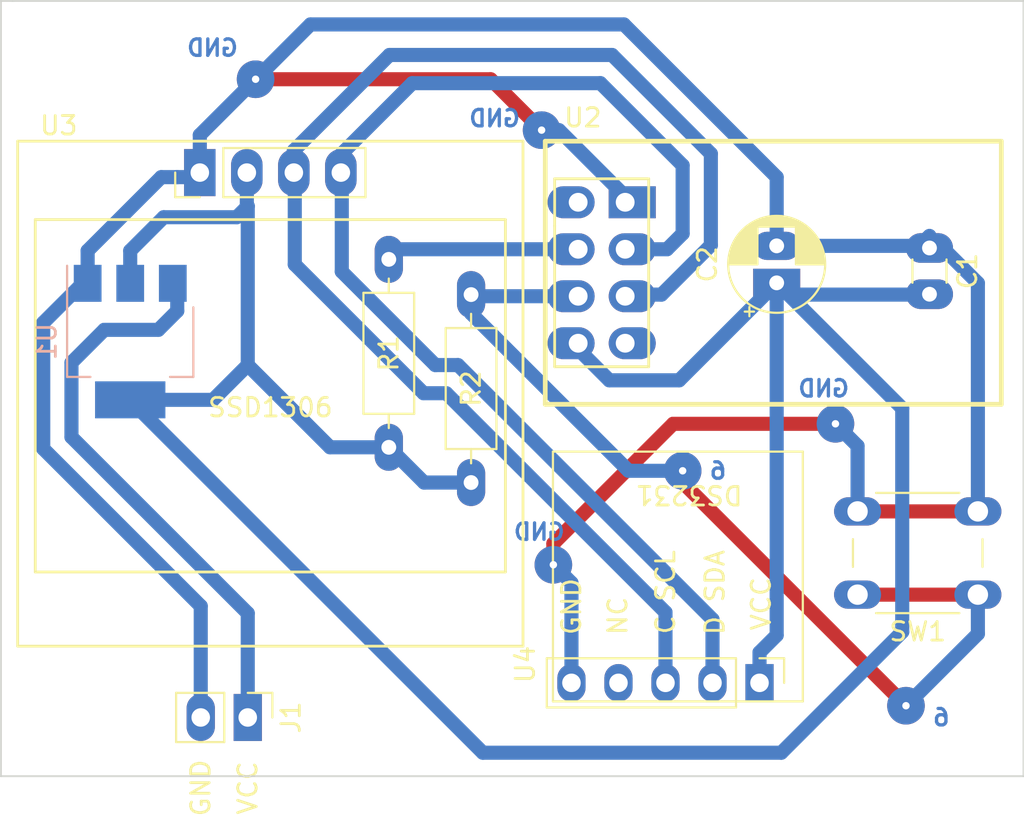
<source format=kicad_pcb>
(kicad_pcb (version 20211014) (generator pcbnew)
  (layers (0 "F.Cu" signal) (31 "B.Cu" signal) (34 "B.Paste" user) (35 "F.Paste" user) (36 "B.SilkS" user "B.Silkscreen") (37 "F.SilkS" user "F.Silkscreen") (38 "B.Mask" user) (39 "F.Mask" user) (44 "Edge.Cuts" user))
  (net 0 "")
  (net 1 "GND")
  (net 2 "+3V3")
  (net 3 "Net-(R2-Pad2)")
  (net 4 "VCC")
  (net 6 "SDA")
  (net 7 "SCL")
  (net 9 "Net-(R1-Pad2)")
  (footprint "My_Misc:CP_Radial_D5.0mm_P2.00mm_larger" (layer "F.Cu") (at 127.635 60.96 90)
    (fp_text reference "C2" (at 1 -3.75 90) (layer "F.SilkS"))
    (fp_text value "100u")
    (fp_line (start 1.28 -2.565) (end 1.28 -1.04) (layer "F.SilkS") (width 0.12))
    (fp_line (start 1.881 -2.428) (end 1.881 -1.04) (layer "F.SilkS") (width 0.12))
    (fp_line (start 1.32 1.04) (end 1.32 2.561) (layer "F.SilkS") (width 0.12))
    (fp_line (start 2.041 -2.365) (end 2.041 -1.04) (layer "F.SilkS") (width 0.12))
    (fp_line (start 1.24 -2.569) (end 1.24 -1.04) (layer "F.SilkS") (width 0.12))
    (fp_line (start 2.641 -2.004) (end 2.641 -1.04) (layer "F.SilkS") (width 0.12))
    (fp_line (start 1.68 1.04) (end 1.68 2.491) (layer "F.SilkS") (width 0.12))
    (fp_line (start 3.521 -0.677) (end 3.521 0.677) (layer "F.SilkS") (width 0.12))
    (fp_line (start 1.12 1.04) (end 1.12 2.578) (layer "F.SilkS") (width 0.12))
    (fp_line (start 3.281 -1.251) (end 3.281 1.251) (layer "F.SilkS") (width 0.12))
    (fp_line (start 1.12 -2.578) (end 1.12 -1.04) (layer "F.SilkS") (width 0.12))
    (fp_line (start 1.6 -2.511) (end 1.6 -1.04) (layer "F.SilkS") (width 0.12))
    (fp_line (start 1.56 1.04) (end 1.56 2.52) (layer "F.SilkS") (width 0.12))
    (fp_line (start 3.081 -1.554) (end 3.081 1.554) (layer "F.SilkS") (width 0.12))
    (fp_line (start 3.481 -0.805) (end 3.481 0.805) (layer "F.SilkS") (width 0.12))
    (fp_line (start 1.961 -2.398) (end 1.961 -1.04) (layer "F.SilkS") (width 0.12))
    (fp_line (start 2.921 1.04) (end 2.921 1.743) (layer "F.SilkS") (width 0.12))
    (fp_line (start 2.961 -1.699) (end 2.961 -1.04) (layer "F.SilkS") (width 0.12))
    (fp_line (start 1.36 1.04) (end 1.36 2.556) (layer "F.SilkS") (width 0.12))
    (fp_line (start 2.241 1.04) (end 2.241 2.268) (layer "F.SilkS") (width 0.12))
    (fp_line (start 2.161 -2.31) (end 2.161 -1.04) (layer "F.SilkS") (width 0.12))
    (fp_line (start 1.24 1.04) (end 1.24 2.569) (layer "F.SilkS") (width 0.12))
    (fp_line (start 3.361 -1.098) (end 3.361 1.098) (layer "F.SilkS") (width 0.12))
    (fp_line (start 3.001 1.04) (end 3.001 1.653) (layer "F.SilkS") (width 0.12))
    (fp_line (start 1.04 -2.58) (end 1.04 -1.04) (layer "F.SilkS") (width 0.12))
    (fp_line (start 2.441 1.04) (end 2.441 2.149) (layer "F.SilkS") (width 0.12))
    (fp_line (start 3.561 -0.518) (end 3.561 0.518) (layer "F.SilkS") (width 0.12))
    (fp_line (start 1.761 1.04) (end 1.761 2.468) (layer "F.SilkS") (width 0.12))
    (fp_line (start 2.161 1.04) (end 2.161 2.31) (layer "F.SilkS") (width 0.12))
    (fp_line (start 1.881 1.04) (end 1.881 2.428) (layer "F.SilkS") (width 0.12))
    (fp_line (start 2.761 -1.901) (end 2.761 -1.04) (layer "F.SilkS") (width 0.12))
    (fp_line (start 1.6 1.04) (end 1.6 2.511) (layer "F.SilkS") (width 0.12))
    (fp_line (start 1.841 1.04) (end 1.841 2.442) (layer "F.SilkS") (width 0.12))
    (fp_line (start 2.841 1.04) (end 2.841 1.826) (layer "F.SilkS") (width 0.12))
    (fp_line (start 1.52 1.04) (end 1.52 2.528) (layer "F.SilkS") (width 0.12))
    (fp_line (start 2.761 1.04) (end 2.761 1.901) (layer "F.SilkS") (width 0.12))
    (fp_line (start 2.281 1.04) (end 2.281 2.247) (layer "F.SilkS") (width 0.12))
    (fp_line (start 2.241 -2.268) (end 2.241 -1.04) (layer "F.SilkS") (width 0.12))
    (fp_line (start 2.961 1.04) (end 2.961 1.699) (layer "F.SilkS") (width 0.12))
    (fp_line (start 1 -2.58) (end 1 -1.04) (layer "F.SilkS") (width 0.12))
    (fp_line (start 2.881 1.04) (end 2.881 1.785) (layer "F.SilkS") (width 0.12))
    (fp_line (start 1.52 -2.528) (end 1.52 -1.04) (layer "F.SilkS") (width 0.12))
    (fp_line (start 3.041 -1.605) (end 3.041 1.605) (layer "F.SilkS") (width 0.12))
    (fp_line (start 1.04 1.04) (end 1.04 2.58) (layer "F.SilkS") (width 0.12))
    (fp_line (start 2.281 -2.247) (end 2.281 -1.04) (layer "F.SilkS") (width 0.12))
    (fp_line (start 1.48 -2.536) (end 1.48 -1.04) (layer "F.SilkS") (width 0.12))
    (fp_line (start 2.081 1.04) (end 2.081 2.348) (layer "F.SilkS") (width 0.12))
    (fp_line (start 1.08 1.04) (end 1.08 2.579) (layer "F.SilkS") (width 0.12))
    (fp_line (start 1.28 1.04) (end 1.28 2.565) (layer "F.SilkS") (width 0.12))
    (fp_line (start 1.08 -2.579) (end 1.08 -1.04) (layer "F.SilkS") (width 0.12))
    (fp_line (start 1.801 1.04) (end 1.801 2.455) (layer "F.SilkS") (width 0.12))
    (fp_line (start 2.481 -2.122) (end 2.481 -1.04) (layer "F.SilkS") (width 0.12))
    (fp_line (start 2.681 1.04) (end 2.681 1.971) (layer "F.SilkS") (width 0.12))
    (fp_line (start 2.561 -2.065) (end 2.561 -1.04) (layer "F.SilkS") (width 0.12))
    (fp_line (start 2.601 -2.035) (end 2.601 -1.04) (layer "F.SilkS") (width 0.12))
    (fp_line (start 2.121 -2.329) (end 2.121 -1.04) (layer "F.SilkS") (width 0.12))
    (fp_line (start 1.921 1.04) (end 1.921 2.414) (layer "F.SilkS") (width 0.12))
    (fp_line (start 1.921 -2.414) (end 1.921 -1.04) (layer "F.SilkS") (width 0.12))
    (fp_line (start 2.201 1.04) (end 2.201 2.29) (layer "F.SilkS") (width 0.12))
    (fp_line (start 3.121 -1.5) (end 3.121 1.5) (layer "F.SilkS") (width 0.12))
    (fp_line (start 2.041 1.04) (end 2.041 2.365) (layer "F.SilkS") (width 0.12))
    (fp_line (start 2.361 1.04) (end 2.361 2.2) (layer "F.SilkS") (width 0.12))
    (fp_line (start 1.4 -2.55) (end 1.4 -1.04) (layer "F.SilkS") (width 0.12))
    (fp_line (start 1 1.04) (end 1 2.58) (layer "F.SilkS") (width 0.12))
    (fp_line (start 1.64 1.04) (end 1.64 2.501) (layer "F.SilkS") (width 0.12))
    (fp_line (start 2.001 1.04) (end 2.001 2.382) (layer "F.SilkS") (width 0.12))
    (fp_line (start 2.801 1.04) (end 2.801 1.864) (layer "F.SilkS") (width 0.12))
    (fp_line (start 2.481 1.04) (end 2.481 2.122) (layer "F.SilkS") (width 0.12))
    (fp_line (start 2.721 1.04) (end 2.721 1.937) (layer "F.SilkS") (width 0.12))
    (fp_line (start 2.801 -1.864) (end 2.801 -1.04) (layer "F.SilkS") (width 0.12))
    (fp_line (start 1.4 1.04) (end 1.4 2.55) (layer "F.SilkS") (width 0.12))
    (fp_line (start 1.761 -2.468) (end 1.761 -1.04) (layer "F.SilkS") (width 0.12))
    (fp_line (start 1.68 -2.491) (end 1.68 -1.04) (layer "F.SilkS") (width 0.12))
    (fp_line (start 1.44 1.04) (end 1.44 2.543) (layer "F.SilkS") (width 0.12))
    (fp_line (start 1.2 1.04) (end 1.2 2.573) (layer "F.SilkS") (width 0.12))
    (fp_line (start -1.804775 -1.475) (end -1.304775 -1.475) (layer "F.SilkS") (width 0.12))
    (fp_line (start 2.401 -2.175) (end 2.401 -1.04) (layer "F.SilkS") (width 0.12))
    (fp_line (start 2.641 1.04) (end 2.641 2.004) (layer "F.SilkS") (width 0.12))
    (fp_line (start 3.601 -0.284) (end 3.601 0.284) (layer "F.SilkS") (width 0.12))
    (fp_line (start 2.721 -1.937) (end 2.721 -1.04) (layer "F.SilkS") (width 0.12))
    (fp_line (start 1.16 1.04) (end 1.16 2.576) (layer "F.SilkS") (width 0.12))
    (fp_line (start 1.48 1.04) (end 1.48 2.536) (layer "F.SilkS") (width 0.12))
    (fp_line (start 2.321 1.04) (end 2.321 2.224) (layer "F.SilkS") (width 0.12))
    (fp_line (start 1.961 1.04) (end 1.961 2.398) (layer "F.SilkS") (width 0.12))
    (fp_line (start 3.161 -1.443) (end 3.161 1.443) (layer "F.SilkS") (width 0.12))
    (fp_line (start 2.321 -2.224) (end 2.321 -1.04) (layer "F.SilkS") (width 0.12))
    (fp_line (start 2.601 1.04) (end 2.601 2.035) (layer "F.SilkS") (width 0.12))
    (fp_line (start 3.201 -1.383) (end 3.201 1.383) (layer "F.SilkS") (width 0.12))
    (fp_line (start 2.081 -2.348) (end 2.081 -1.04) (layer "F.SilkS") (width 0.12))
    (fp_line (start 2.881 -1.785) (end 2.881 -1.04) (layer "F.SilkS") (width 0.12))
    (fp_line (start 1.721 -2.48) (end 1.721 -1.04) (layer "F.SilkS") (width 0.12))
    (fp_line (start 3.001 -1.653) (end 3.001 -1.04) (layer "F.SilkS") (width 0.12))
    (fp_line (start 2.681 -1.971) (end 2.681 -1.04) (layer "F.SilkS") (width 0.12))
    (fp_line (start 1.36 -2.556) (end 1.36 -1.04) (layer "F.SilkS") (width 0.12))
    (fp_line (start 2.001 -2.382) (end 2.001 -1.04) (layer "F.SilkS") (width 0.12))
    (fp_line (start 2.121 1.04) (end 2.121 2.329) (layer "F.SilkS") (width 0.12))
    (fp_line (start 2.521 1.04) (end 2.521 2.095) (layer "F.SilkS") (width 0.12))
    (fp_line (start 1.32 -2.561) (end 1.32 -1.04) (layer "F.SilkS") (width 0.12))
    (fp_line (start 2.521 -2.095) (end 2.521 -1.04) (layer "F.SilkS") (width 0.12))
    (fp_line (start 1.841 -2.442) (end 1.841 -1.04) (layer "F.SilkS") (width 0.12))
    (fp_line (start 1.16 -2.576) (end 1.16 -1.04) (layer "F.SilkS") (width 0.12))
    (fp_line (start 3.321 -1.178) (end 3.321 1.178) (layer "F.SilkS") (width 0.12))
    (fp_line (start 1.801 -2.455) (end 1.801 -1.04) (layer "F.SilkS") (width 0.12))
    (fp_line (start 1.721 1.04) (end 1.721 2.48) (layer "F.SilkS") (width 0.12))
    (fp_line (start 2.441 -2.149) (end 2.441 -1.04) (layer "F.SilkS") (width 0.12))
    (fp_line (start 1.56 -2.52) (end 1.56 -1.04) (layer "F.SilkS") (width 0.12))
    (fp_line (start 2.561 1.04) (end 2.561 2.065) (layer "F.SilkS") (width 0.12))
    (fp_line (start 1.44 -2.543) (end 1.44 -1.04) (layer "F.SilkS") (width 0.12))
    (fp_line (start 3.241 -1.319) (end 3.241 1.319) (layer "F.SilkS") (width 0.12))
    (fp_line (start 3.441 -0.915) (end 3.441 0.915) (layer "F.SilkS") (width 0.12))
    (fp_line (start -1.554775 -1.725) (end -1.554775 -1.225) (layer "F.SilkS") (width 0.12))
    (fp_line (start 1.64 -2.501) (end 1.64 -1.04) (layer "F.SilkS") (width 0.12))
    (fp_line (start 2.841 -1.826) (end 2.841 -1.04) (layer "F.SilkS") (width 0.12))
    (fp_line (start 2.201 -2.29) (end 2.201 -1.04) (layer "F.SilkS") (width 0.12))
    (fp_line (start 2.401 1.04) (end 2.401 2.175) (layer "F.SilkS") (width 0.12))
    (fp_line (start 2.921 -1.743) (end 2.921 -1.04) (layer "F.SilkS") (width 0.12))
    (fp_line (start 3.401 -1.011) (end 3.401 1.011) (layer "F.SilkS") (width 0.12))
    (fp_line (start 2.361 -2.2) (end 2.361 -1.04) (layer "F.SilkS") (width 0.12))
    (fp_line (start 1.2 -2.573) (end 1.2 -1.04) (layer "F.SilkS") (width 0.12))
    (fp_circle (center 1 0) (end 3.62 0) (layer "F.SilkS") (width 0.12) (fill none))
    (pad "1" thru_hole rect (at 0 0 90) (size 1.524 2.54) (drill 0.8) (layers *.Cu *.Mask) (net 2 "+3V3"))
    (pad "2" thru_hole oval (at 2 0 90) (size 1.524 2.54) (drill 0.8) (layers *.Cu *.Mask) (net 1 "GND"))
  )
  (footprint "My_Misc:R_Axial_DIN0207_L6.3mm_D2.5mm_P10.16mm_Horizontal_larger_pads" (layer "F.Cu") (at 111.125 71.755 90)
    (fp_text reference "R2" (at 5.08 0 90) (layer "F.SilkS"))
    (fp_text value "10k" hide)
    (fp_line (start 9.12 0) (end 8.35 0) (layer "F.SilkS") (width 0.12))
    (fp_line (start 1.81 -1.37) (end 1.81 1.37) (layer "F.SilkS") (width 0.12))
    (fp_line (start 8.35 -1.37) (end 1.81 -1.37) (layer "F.SilkS") (width 0.12))
    (fp_line (start 1.04 0) (end 1.81 0) (layer "F.SilkS") (width 0.12))
    (fp_line (start 8.35 1.37) (end 8.35 -1.37) (layer "F.SilkS") (width 0.12))
    (fp_line (start 1.81 1.37) (end 8.35 1.37) (layer "F.SilkS") (width 0.12))
    (pad "1" thru_hole oval (at 0 0 90) (size 2.54 1.524) (drill 0.8) (layers *.Cu *.Mask) (net 2 "+3V3"))
    (pad "2" thru_hole oval (at 10.16 0 90) (size 2.54 1.524) (drill 0.8) (layers *.Cu *.Mask) (net 3 "Net-(R2-Pad2)"))
  )
  (footprint "My_Headers:2-pin_power_input_header_larger_pads" (layer "F.Cu") (at 99.06 84.455 -90)
    (fp_text reference "J1" (at 0 -2.33 90) (layer "F.SilkS"))
    (fp_text value "2-pin_power_input_header" hide)
    (fp_text user "GND" (at 3.81 2.54 90) (layer "F.SilkS"))
    (fp_text user "VCC" (at 3.81 0 90) (layer "F.SilkS"))
    (fp_line (start 1.33 1.27) (end 1.33 3.87) (layer "F.SilkS") (width 0.12))
    (fp_line (start -1.33 1.27) (end 1.33 1.27) (layer "F.SilkS") (width 0.12))
    (fp_line (start -1.33 -1.33) (end 0 -1.33) (layer "F.SilkS") (width 0.12))
    (fp_line (start -1.33 3.87) (end 1.33 3.87) (layer "F.SilkS") (width 0.12))
    (fp_line (start -1.33 1.27) (end -1.33 3.87) (layer "F.SilkS") (width 0.12))
    (fp_line (start -1.33 0) (end -1.33 -1.33) (layer "F.SilkS") (width 0.12))
    (pad "1" thru_hole rect locked (at 0 0 270) (size 2.54 1.524) (drill 1) (layers *.Cu *.Mask) (net 4 "VCC"))
    (pad "2" thru_hole oval locked (at 0 2.54 270) (size 2.54 1.524) (drill 1) (layers *.Cu *.Mask) (net 1 "GND"))
  )
  (footprint "My_Misc:C_Disc_D3.0mm_W1.6mm_P2.50mm_larg" (layer "F.Cu") (at 135.89 59.075 -90)
    (fp_text reference "C1" (at 1.25 -2.05 90) (layer "F.SilkS"))
    (fp_text value "10n")
    (fp_line (start 0.621 -0.92) (end 1.879 -0.92) (layer "F.SilkS") (width 0.12))
    (fp_line (start 0.621 0.92) (end 1.879 0.92) (layer "F.SilkS") (width 0.12))
    (pad "1" thru_hole oval locked (at 0 0 270) (size 1.6 2.54) (drill 0.8) (layers *.Cu *.Mask) (net 1 "GND"))
    (pad "2" thru_hole oval locked (at 2.5 0 270) (size 1.6 2.54) (drill 0.8) (layers *.Cu *.Mask) (net 2 "+3V3"))
  )
  (footprint "My_Arduino:ESP-01_w_pin_socket_large" (layer "F.Cu") (at 116.91 56.604)
    (fp_text reference "U2" (at 0.254 -4.572) (layer "F.SilkS"))
    (fp_text value "ESP-01")
    (fp_line (start 22.86 10.922) (end -1.778 10.922) (layer "F.SilkS") (width 0.254))
    (fp_line (start 22.86 -3.302) (end 22.86 10.922) (layer "F.SilkS") (width 0.254))
    (fp_line (start -1.778 10.922) (end -1.778 -3.302) (layer "F.SilkS") (width 0.254))
    (fp_line (start 1.27 -1.27) (end -1.27 -1.27) (layer "F.SilkS") (width 0.1524))
    (fp_line (start -1.27 1.27) (end -1.27 8.89) (layer "F.SilkS") (width 0.1524))
    (fp_line (start -1.778 -3.302) (end 22.86 -3.302) (layer "F.SilkS") (width 0.254))
    (fp_line (start 3.81 8.89) (end 3.81 -1.27) (layer "F.SilkS") (width 0.1524))
    (fp_line (start -1.27 8.89) (end 3.81 8.89) (layer "F.SilkS") (width 0.1524))
    (fp_line (start 3.81 -1.27) (end 1.27 -1.27) (layer "F.SilkS") (width 0.1524))
    (fp_line (start -1.27 -1.27) (end -1.27 1.27) (layer "F.SilkS") (width 0.1524))
    (pad "1" thru_hole rect (at 2.54 0) (size 2.54 1.7272) (drill 1.016 (offset 0.381 0)) (layers *.Cu *.Mask) (net 1 "GND"))
    (pad "2" thru_hole oval (at 0 0) (size 2.54 1.7272) (drill 1.016 (offset -0.381 0)) (layers *.Cu *.Mask))
    (pad "3" thru_hole oval (at 2.54 2.54) (size 2.54 1.7272) (drill 1.016 (offset 0.381 0)) (layers *.Cu *.Mask) (net 6 "SDA"))
    (pad "4" thru_hole oval (at 0 2.54) (size 2.54 1.7272) (drill 1.016 (offset -0.381 0)) (layers *.Cu *.Mask) (net 9 "Net-(R1-Pad2)"))
    (pad "5" thru_hole oval (at 2.54 5.08) (size 2.54 1.7272) (drill 1.016 (offset 0.381 0)) (layers *.Cu *.Mask) (net 7 "SCL"))
    (pad "6" thru_hole oval (at 0 5.08) (size 2.54 1.7272) (drill 1.016 (offset -0.381 0)) (layers *.Cu *.Mask) (net 3 "Net-(R2-Pad2)"))
    (pad "7" thru_hole oval (at 2.54 7.62) (size 2.54 1.7272) (drill 1.016 (offset 0.381 0)) (layers *.Cu *.Mask))
    (pad "8" thru_hole oval (at 0 7.62) (size 2.54 1.7272) (drill 1.016 (offset -0.381 0)) (layers *.Cu *.Mask) (net 2 "+3V3"))
  )
  (footprint "My_Misc:SW_PUSH_6mm_large" (layer "F.Cu") (at 138.505 77.815 180)
    (fp_text reference "SW1" (at 3.25 -2) (layer "F.SilkS"))
    (fp_text value "SW_Push")
    (fp_line (start 6.75 3) (end 6.75 1.5) (layer "F.SilkS") (width 0.12))
    (fp_line (start -0.25 1.5) (end -0.25 3) (layer "F.SilkS") (width 0.12))
    (fp_line (start 5.5 -1) (end 1 -1) (layer "F.SilkS") (width 0.12))
    (fp_line (start 1 5.5) (end 5.5 5.5) (layer "F.SilkS") (width 0.12))
    (pad "1" thru_hole oval locked (at 6.5 0 270) (size 1.524 2.54) (drill 1.1) (layers *.Cu *.Mask) (net 3 "Net-(R2-Pad2)"))
    (pad "1" thru_hole oval locked (at 0 0 270) (size 1.524 2.54) (drill 1.1) (layers *.Cu *.Mask) (net 3 "Net-(R2-Pad2)"))
    (pad "2" thru_hole oval locked (at 6.5 4.5 270) (size 1.524 2.54) (drill 1.1) (layers *.Cu *.Mask) (net 1 "GND"))
    (pad "2" thru_hole oval locked (at 0 4.5 270) (size 1.524 2.54) (drill 1.1) (layers *.Cu *.Mask) (net 1 "GND"))
  )
  (footprint "My_Parts:SSD1306_I2C_0.96_OLED_display_large" (layer "F.Cu") (at 96.47 55)
    (fp_text reference "U3" (at -7.62 -2.54) (layer "F.SilkS"))
    (fp_text value "SSD1306_I2C_display")
    (fp_text user "SSD1306" (at 3.81 12.7 unlocked) (layer "F.SilkS"))
    (fp_line (start -8.89 2.54) (end 16.51 2.54) (layer "F.SilkS") (width 0.15))
    (fp_line (start 0 1.33) (end -1.33 1.33) (layer "F.SilkS") (width 0.12))
    (fp_line (start 1.27 -1.33) (end 8.95 -1.33) (layer "F.SilkS") (width 0.12))
    (fp_line (start 17.46 -1.7) (end 17.46 25.6) (layer "F.SilkS") (width 0.15))
    (fp_line (start -9.84 -1.7) (end 17.46 -1.7) (layer "F.SilkS") (width 0.15))
    (fp_line (start 16.51 2.54) (end 16.51 21.59) (layer "F.SilkS") (width 0.15))
    (fp_line (start -8.89 21.59) (end -8.89 2.54) (layer "F.SilkS") (width 0.15))
    (fp_line (start -9.84 25.6) (end 17.46 25.6) (layer "F.SilkS") (width 0.15))
    (fp_line (start 1.27 1.33) (end 8.95 1.33) (layer "F.SilkS") (width 0.12))
    (fp_line (start 16.51 21.59) (end -8.89 21.59) (layer "F.SilkS") (width 0.15))
    (fp_line (start -9.84 -1.7) (end -9.84 25.6) (layer "F.SilkS") (width 0.15))
    (fp_line (start 1.27 1.33) (end 1.27 -1.33) (layer "F.SilkS") (width 0.12))
    (fp_line (start -1.33 1.33) (end -1.33 0) (layer "F.SilkS") (width 0.12))
    (fp_line (start 8.95 1.33) (end 8.95 -1.33) (layer "F.SilkS") (width 0.12))
    (pad "" np_thru_hole oval (at -6.49 23.6) (size 3 3) (drill 3) (layers *.Cu *.Mask))
    (pad "" np_thru_hole oval (at 14.16 23.6) (size 3 3) (drill 3) (layers *.Cu *.Mask))
    (pad "" np_thru_hole oval (at 14.21 0.35) (size 3 3) (drill 3) (layers *.Cu *.Mask))
    (pad "" np_thru_hole oval (at -6.54 0.35) (size 3 3) (drill 3) (layers *.Cu *.Mask))
    (pad "1" thru_hole rect (at 0 0 90) (size 2.54 1.7) (drill 1) (layers *.Cu *.Mask) (net 1 "GND"))
    (pad "2" thru_hole oval (at 2.54 0 90) (size 2.54 1.7) (drill 1) (layers *.Cu *.Mask) (net 2 "+3V3"))
    (pad "3" thru_hole oval (at 5.08 0 90) (size 2.54 1.7) (drill 1) (layers *.Cu *.Mask) (net 7 "SCL"))
    (pad "4" thru_hole oval (at 7.62 0 90) (size 2.54 1.7) (drill 1) (layers *.Cu *.Mask) (net 6 "SDA"))
  )
  (footprint "My_Parts:DS3231_RTC_module_large" (layer "F.Cu") (at 116.5475 82.5835 90)
    (fp_text reference "U4" (at 1 -2.5 90) (layer "F.SilkS"))
    (fp_text value "DS3231_RTC_module" hide)
    (fp_text user "D SDA" (at 2.5 7.75 90 unlocked) (layer "F.SilkS") (effects (justify left)))
    (fp_text user "DS3231" (at 10.16 6.35 180 unlocked) (layer "F.SilkS"))
    (fp_text user "GND" (at 2.5 0 90 unlocked) (layer "F.SilkS") (effects (justify left)))
    (fp_text user "VCC" (at 2.75 10.25 90 unlocked) (layer "F.SilkS") (effects (justify left)))
    (fp_text user "NC" (at 2.5 2.5 90 unlocked) (layer "F.SilkS") (effects (justify left)))
    (fp_text user "C SCL" (at 2.54 5.08 90 unlocked) (layer "F.SilkS") (effects (justify left)))
    (fp_line (start 1.33 11.49) (end 0 11.49) (layer "F.SilkS") (width 0.12))
    (fp_line (start -1 12.5) (end 12.5 12.5) (layer "F.SilkS") (width 0.12))
    (fp_line (start -1 -1) (end -1 12.5) (layer "F.SilkS") (width 0.12))
    (fp_line (start 1.33 8.89) (end -1.33 8.89) (layer "F.SilkS") (width 0.12))
    (fp_line (start 12.5 -1) (end -1 -1) (layer "F.SilkS") (width 0.12))
    (fp_line (start -1.33 8.89) (end -1.33 -1.33) (layer "F.SilkS") (width 0.12))
    (fp_line (start 12.5 12.5) (end 12.5 -1) (layer "F.SilkS") (width 0.12))
    (fp_line (start 1.33 -1.33) (end -1.33 -1.33) (layer "F.SilkS") (width 0.12))
    (fp_line (start 1.33 10.16) (end 1.33 11.49) (layer "F.SilkS") (width 0.12))
    (fp_line (start 1.33 8.89) (end 1.33 -1.33) (layer "F.SilkS") (width 0.12))
    (pad "1" thru_hole rect (at 0 10.16 270) (size 2.032 1.524) (drill 1) (layers *.Cu *.Mask) (net 2 "+3V3"))
    (pad "2" thru_hole oval (at 0 7.62 270) (size 2.032 1.524) (drill 1) (layers *.Cu *.Mask) (net 6 "SDA"))
    (pad "3" thru_hole oval (at 0 5.08 270) (size 2.032 1.524) (drill 1) (layers *.Cu *.Mask) (net 7 "SCL"))
    (pad "4" thru_hole oval (at 0 2.54 270) (size 2.032 1.524) (drill 1) (layers *.Cu *.Mask))
    (pad "5" thru_hole oval (at 0 0 270) (size 2.032 1.524) (drill 1) (layers *.Cu *.Mask) (net 1 "GND"))
  )
  (footprint "My_Misc:R_Axial_DIN0207_L6.3mm_D2.5mm_P10.16mm_Horizontal_larger_pads" (layer "F.Cu") (at 106.68 69.85 90)
    (fp_text reference "R1" (at 5.08 0 90) (layer "F.SilkS"))
    (fp_text value "10k" hide)
    (fp_line (start 1.81 1.37) (end 8.35 1.37) (layer "F.SilkS") (width 0.12))
    (fp_line (start 9.12 0) (end 8.35 0) (layer "F.SilkS") (width 0.12))
    (fp_line (start 1.81 -1.37) (end 1.81 1.37) (layer "F.SilkS") (width 0.12))
    (fp_line (start 8.35 1.37) (end 8.35 -1.37) (layer "F.SilkS") (width 0.12))
    (fp_line (start 8.35 -1.37) (end 1.81 -1.37) (layer "F.SilkS") (width 0.12))
    (fp_line (start 1.04 0) (end 1.81 0) (layer "F.SilkS") (width 0.12))
    (pad "1" thru_hole oval (at 0 0 90) (size 2.54 1.524) (drill 0.8) (layers *.Cu *.Mask) (net 2 "+3V3"))
    (pad "2" thru_hole oval (at 10.16 0 90) (size 2.54 1.524) (drill 0.8) (layers *.Cu *.Mask) (net 9 "Net-(R1-Pad2)"))
  )
  (footprint "Package_TO_SOT_SMD:SOT-223-3_TabPin2" (layer "B.Cu") (at 92.71 64.135 -90)
    (fp_text reference "U1" (at 0 4.5 90) (layer "B.SilkS") (effects (justify mirror)))
    (fp_text value "AMS1117-3.3")
    (fp_line (start -1.85 -3.41) (end 1.91 -3.41) (layer "B.SilkS") (width 0.12))
    (fp_line (start 1.91 3.41) (end 1.91 2.15) (layer "B.SilkS") (width 0.12))
    (fp_line (start 1.91 -3.41) (end 1.91 -2.15) (layer "B.SilkS") (width 0.12))
    (fp_line (start -4.1 3.41) (end 1.91 3.41) (layer "B.SilkS") (width 0.12))
    (pad "1" smd rect (at -3.15 2.3 270) (size 2 1.5) (layers "B.Cu" "B.Paste" "B.Mask") (net 1 "GND"))
    (pad "2" smd rect (at 3.15 0 270) (size 2 3.8) (layers "B.Cu" "B.Paste" "B.Mask") (net 2 "+3V3"))
    (pad "2" smd rect (at -3.15 0 270) (size 2 1.5) (layers "B.Cu" "B.Paste" "B.Mask") (net 2 "+3V3"))
    (pad "3" smd rect (at -3.15 -2.3 270) (size 2 1.5) (layers "B.Cu" "B.Paste" "B.Mask") (net 4 "VCC"))
  )
  (gr_line (start 140.97 87.63) (end 140.97 45.72) (layer "Edge.Cuts") (width 0.1))
  (gr_line (start 85.725 45.72) (end 86.36 45.72) (layer "Edge.Cuts") (width 0.1))
  (gr_line (start 85.725 87.63) (end 140.97 87.63) (layer "Edge.Cuts") (width 0.1))
  (gr_line (start 85.725 87.63) (end 85.725 45.72) (layer "Edge.Cuts") (width 0.1))
  (gr_line (start 140.97 45.72) (end 86.36 45.72) (layer "Edge.Cuts") (width 0.1))
  (gr_text "GND" (at 114.808 74.422) (layer "B.Cu") (effects (font (size 0.889 0.889) (thickness 0.1778)) (justify mirror)))
  (gr_text "GND" (at 112.395 52.07) (layer "B.Cu") (effects (font (size 0.889 0.889) (thickness 0.1778)) (justify mirror)))
  (gr_text "6" (at 136.525 84.455) (layer "B.Cu") (effects (font (size 0.889 0.889) (thickness 0.1778)) (justify mirror)))
  (gr_text "6" (at 124.46 71.12) (layer "B.Cu") (effects (font (size 0.889 0.889) (thickness 0.1778)) (justify mirror)))
  (gr_text "GND" (at 97.155 48.26) (layer "B.Cu") (effects (font (size 0.889 0.889) (thickness 0.1778)) (justify mirror)))
  (gr_text "GND" (at 130.175 66.675) (layer "B.Cu") (effects (font (size 0.889 0.889) (thickness 0.1778)) (justify mirror)))
  (segment (start 122.042403 68.58) (end 115.57 75.052403) (width 0.762) (layer "F.Cu") (net 1))
  (segment (start 112.184 49.954) (end 99.484 49.954) (width 0.762) (layer "F.Cu") (net 1))
  (segment (start 130.81 68.58) (end 122.042403 68.58) (width 0.762) (layer "F.Cu") (net 1))
  (segment (start 115.57 75.052403) (end 115.57 76.2) (width 0.762) (layer "F.Cu") (net 1))
  (segment (start 114.935 52.705) (end 112.184 49.954) (width 0.762) (layer "F.Cu") (net 1))
  (segment (start 138.505 73.315) (end 132.37 73.315) (width 0.762) (layer "F.Cu") (net 1))
  (segment (start 132.37 73.315) (end 132.08 73.025) (width 0.762) (layer "F.Cu") (net 1))
  (via (at 99.484 49.954) (size 2.032) (drill 0.4) (layers "F.Cu" "B.Cu") (net 1))
  (via (at 115.57 76.2) (size 2.032) (drill 0.4) (layers "F.Cu" "B.Cu") (net 1))
  (via (at 130.81 68.58) (size 2.032) (drill 0.4) (layers "F.Cu" "B.Cu") (net 1))
  (via (at 114.935 52.705) (size 2.032) (drill 0.4) (layers "F.Cu" "B.Cu") (net 1))
  (segment (start 116.5475 77.1775) (end 115.57 76.2) (width 0.762) (layer "B.Cu") (net 1))
  (segment (start 94.388 55.245) (end 95.25 55.245) (width 0.762) (layer "B.Cu") (net 1))
  (segment (start 95.25 55.245) (end 96.52 55.245) (width 0.762) (layer "B.Cu") (net 1))
  (segment (start 90.41 59.223) (end 94.388 55.245) (width 0.762) (layer "B.Cu") (net 1))
  (segment (start 119.38 46.99) (end 127.635 55.245) (width 0.762) (layer "B.Cu") (net 1))
  (segment (start 88.01148 69.926084) (end 88.01148 63.11852) (width 0.762) (layer "B.Cu") (net 1))
  (segment (start 132.005 73.315) (end 132.005 69.775) (width 0.762) (layer "B.Cu") (net 1))
  (segment (start 102.448 46.99) (end 119.38 46.99) (width 0.762) (layer "B.Cu") (net 1))
  (segment (start 136.587138 59.055) (end 135.89 59.055) (width 0.762) (layer "B.Cu") (net 1))
  (segment (start 96.47 52.968) (end 99.484 49.954) (width 0.762) (layer "B.Cu") (net 1))
  (segment (start 96.52 78.434604) (end 88.01148 69.926084) (width 0.762) (layer "B.Cu") (net 1))
  (segment (start 138.505 60.972862) (end 136.587138 59.055) (width 0.762) (layer "B.Cu") (net 1))
  (segment (start 127.635 58.96) (end 135.35 58.96) (width 0.762) (layer "B.Cu") (net 1))
  (segment (start 119.45 56.604) (end 119.45 56.281518) (width 0.762) (layer "B.Cu") (net 1))
  (segment (start 115.873482 52.705) (end 114.935 52.705) (width 0.762) (layer "B.Cu") (net 1))
  (segment (start 119.45 56.281518) (end 115.873482 52.705) (width 0.762) (layer "B.Cu") (net 1))
  (segment (start 116.5475 82.5835) (end 116.5475 77.1775) (width 0.762) (layer "B.Cu") (net 1))
  (segment (start 138.505 73.315) (end 138.505 60.972862) (width 0.762) (layer "B.Cu") (net 1))
  (segment (start 132.005 69.775) (end 130.81 68.58) (width 0.762) (layer "B.Cu") (net 1))
  (segment (start 96.52 84.455) (end 96.52 78.434604) (width 0.762) (layer "B.Cu") (net 1))
  (segment (start 127.635 55.245) (end 127.635 58.42) (width 0.762) (layer "B.Cu") (net 1))
  (segment (start 96.47 55) (end 96.47 52.968) (width 0.762) (layer "B.Cu") (net 1))
  (segment (start 135.35 58.96) (end 135.89 58.42) (width 0.762) (layer "B.Cu") (net 1))
  (segment (start 90.41 60.985) (end 90.41 59.223) (width 0.762) (layer "B.Cu") (net 1))
  (segment (start 99.484 49.954) (end 102.448 46.99) (width 0.762) (layer "B.Cu") (net 1))
  (segment (start 88.01148 63.11852) (end 90.17 60.96) (width 0.762) (layer "B.Cu") (net 1))
  (segment (start 126.7075 82.5835) (end 126.7075 80.9375) (width 0.762) (layer "B.Cu") (net 2))
  (segment (start 103.505 69.85) (end 99.06 65.405) (width 0.762) (layer "B.Cu") (net 2))
  (segment (start 127.635 60.96) (end 128.27 61.595) (width 0.762) (layer "B.Cu") (net 2))
  (segment (start 127.884582 86.36) (end 111.76 86.36) (width 0.762) (layer "B.Cu") (net 2))
  (segment (start 116.91 64.224) (end 116.91 64.546482) (width 0.762) (layer "B.Cu") (net 2))
  (segment (start 97.18 67.285) (end 99.06 65.405) (width 0.762) (layer "B.Cu") (net 2))
  (segment (start 92.71 59.223) (end 92.71 60.985) (width 0.762) (layer "B.Cu") (net 2))
  (segment (start 122.36488 66.23012) (end 127.635 60.96) (width 0.762) (layer "B.Cu") (net 2))
  (segment (start 128.27 61.595) (end 135.89 61.595) (width 0.762) (layer "B.Cu") (net 2))
  (segment (start 111.76 86.36) (end 92.71 67.31) (width 0.762) (layer "B.Cu") (net 2))
  (segment (start 99.06 65.405) (end 99.06 56.815022) (width 0.762) (layer "B.Cu") (net 2))
  (segment (start 127.635 60.96) (end 134.41752 67.74252) (width 0.762) (layer "B.Cu") (net 2))
  (segment (start 116.91 64.546482) (end 118.593638 66.23012) (width 0.762) (layer "B.Cu") (net 2))
  (segment (start 126.7075 80.9375) (end 127.635 80.01) (width 0.762) (layer "B.Cu") (net 2))
  (segment (start 127.635 80.01) (end 127.635 60.96) (width 0.762) (layer "B.Cu") (net 2))
  (segment (start 94.520489 57.412511) (end 92.71 59.223) (width 0.762) (layer "B.Cu") (net 2))
  (segment (start 134.41752 79.827062) (end 127.884582 86.36) (width 0.762) (layer "B.Cu") (net 2))
  (segment (start 99.06 56.815022) (end 98.462511 57.412511) (width 0.762) (layer "B.Cu") (net 2))
  (segment (start 111.125 71.755) (end 108.585 71.755) (width 0.762) (layer "B.Cu") (net 2))
  (segment (start 92.71 67.285) (end 97.18 67.285) (width 0.762) (layer "B.Cu") (net 2))
  (segment (start 98.462511 57.412511) (end 94.520489 57.412511) (width 0.762) (layer "B.Cu") (net 2))
  (segment (start 106.68 69.85) (end 103.505 69.85) (width 0.762) (layer "B.Cu") (net 2))
  (segment (start 118.593638 66.23012) (end 122.36488 66.23012) (width 0.762) (layer "B.Cu") (net 2))
  (segment (start 134.41752 67.74252) (end 134.41752 79.827062) (width 0.762) (layer "B.Cu") (net 2))
  (segment (start 108.585 71.755) (end 106.68 69.85) (width 0.762) (layer "B.Cu") (net 2))
  (segment (start 99.01 55) (end 99.01 56.765022) (width 0.762) (layer "B.Cu") (net 2))
  (segment (start 99.01 56.765022) (end 99.06 56.815022) (width 0.762) (layer "B.Cu") (net 2))
  (segment (start 132.005 77.815) (end 138.775 77.815) (width 0.762) (layer "F.Cu") (net 3))
  (segment (start 138.775 77.815) (end 139.065 78.105) (width 0.762) (layer "F.Cu") (net 3))
  (segment (start 134.62 83.82) (end 122.555 71.755) (width 0.762) (layer "F.Cu") (net 3))
  (segment (start 122.555 71.755) (end 122.555 71.12) (width 0.762) (layer "F.Cu") (net 3))
  (via (at 134.62 83.82) (size 2.032) (drill 0.4) (layers "F.Cu" "B.Cu") (net 3))
  (via (at 122.555 71.12) (size 2.032) (drill 0.4) (layers "F.Cu" "B.Cu") (net 3))
  (segment (start 138.505 77.815) (end 138.505 79.935) (width 0.762) (layer "B.Cu") (net 3))
  (segment (start 111.125 61.595) (end 111.125 62.611) (width 0.762) (layer "B.Cu") (net 3))
  (segment (start 111.125 62.611) (end 119.634 71.12) (width 0.762) (layer "B.Cu") (net 3))
  (segment (start 116.91 61.684) (end 111.214 61.684) (width 0.762) (layer "B.Cu") (net 3))
  (segment (start 138.505 79.935) (end 134.62 83.82) (width 0.762) (layer "B.Cu") (net 3))
  (segment (start 119.634 71.12) (end 122.555 71.12) (width 0.762) (layer "B.Cu") (net 3))
  (segment (start 111.214 61.684) (end 111.125 61.595) (width 0.762) (layer "B.Cu") (net 3))
  (segment (start 89.535 69.295022) (end 89.535 65.274978) (width 0.762) (layer "B.Cu") (net 4))
  (segment (start 95.25 62.480022) (end 95.25 60.96) (width 0.762) (layer "B.Cu") (net 4))
  (segment (start 99.06 84.455) (end 99.06 78.820022) (width 0.762) (layer "B.Cu") (net 4))
  (segment (start 91.309978 63.5) (end 94.230022 63.5) (width 0.762) (layer "B.Cu") (net 4))
  (segment (start 99.06 78.820022) (end 89.535 69.295022) (width 0.762) (layer "B.Cu") (net 4))
  (segment (start 89.535 65.274978) (end 91.309978 63.5) (width 0.762) (layer "B.Cu") (net 4))
  (segment (start 94.230022 63.5) (end 95.25 62.480022) (width 0.762) (layer "B.Cu") (net 4))
  (segment (start 122.555 54.61) (end 118.11 50.165) (width 0.762) (layer "B.Cu") (net 6))
  (segment (start 118.11 50.165) (end 107.95 50.165) (width 0.762) (layer "B.Cu") (net 6))
  (segment (start 121.709622 59.144) (end 122.555 58.298622) (width 0.762) (layer "B.Cu") (net 6))
  (segment (start 119.45 59.144) (end 121.709622 59.144) (width 0.762) (layer "B.Cu") (net 6))
  (segment (start 124.1675 79.1545) (end 110.418 65.405) (width 0.762) (layer "B.Cu") (net 6))
  (segment (start 122.555 58.298622) (end 122.555 54.61) (width 0.762) (layer "B.Cu") (net 6))
  (segment (start 124.1675 82.5835) (end 124.1675 79.1545) (width 0.762) (layer "B.Cu") (net 6))
  (segment (start 104.14 53.975) (end 104.14 55.245) (width 0.762) (layer "B.Cu") (net 6))
  (segment (start 107.95 50.165) (end 104.14 53.975) (width 0.762) (layer "B.Cu") (net 6))
  (segment (start 110.418 65.405) (end 109.193602 65.405) (width 0.762) (layer "B.Cu") (net 6))
  (segment (start 104.14 60.351398) (end 104.14 54.61) (width 0.762) (layer "B.Cu") (net 6))
  (segment (start 109.193602 65.405) (end 104.14 60.351398) (width 0.762) (layer "B.Cu") (net 6))
  (segment (start 124.078519 53.978937) (end 124.078519 58.929685) (width 0.762) (layer "B.Cu") (net 7))
  (segment (start 121.6275 78.769082) (end 109.786938 66.92852) (width 0.762) (layer "B.Cu") (net 7))
  (segment (start 124.078519 58.929685) (end 121.413204 61.595) (width 0.762) (layer "B.Cu") (net 7))
  (segment (start 106.716519 48.641481) (end 118.741063 48.641481) (width 0.762) (layer "B.Cu") (net 7))
  (segment (start 121.413204 61.595) (end 119.38 61.595) (width 0.762) (layer "B.Cu") (net 7))
  (segment (start 109.786938 66.92852) (end 108.56254 66.92852) (width 0.762) (layer "B.Cu") (net 7))
  (segment (start 101.6 59.96598) (end 101.6 54.61) (width 0.762) (layer "B.Cu") (net 7))
  (segment (start 101.55 55) (end 101.55 53.808) (width 0.762) (layer "B.Cu") (net 7))
  (segment (start 121.6275 82.5835) (end 121.6275 78.769082) (width 0.762) (layer "B.Cu") (net 7))
  (segment (start 118.741063 48.641481) (end 124.078519 53.978937) (width 0.762) (layer "B.Cu") (net 7))
  (segment (start 101.55 53.808) (end 106.716519 48.641481) (width 0.762) (layer "B.Cu") (net 7))
  (segment (start 108.56254 66.92852) (end 101.6 59.96598) (width 0.762) (layer "B.Cu") (net 7))
  (segment (start 116.91 59.144) (end 107.226 59.144) (width 0.762) (layer "B.Cu") (net 9))
  (segment (start 107.226 59.144) (end 106.68 59.69) (width 0.762) (layer "B.Cu") (net 9))
)
</source>
